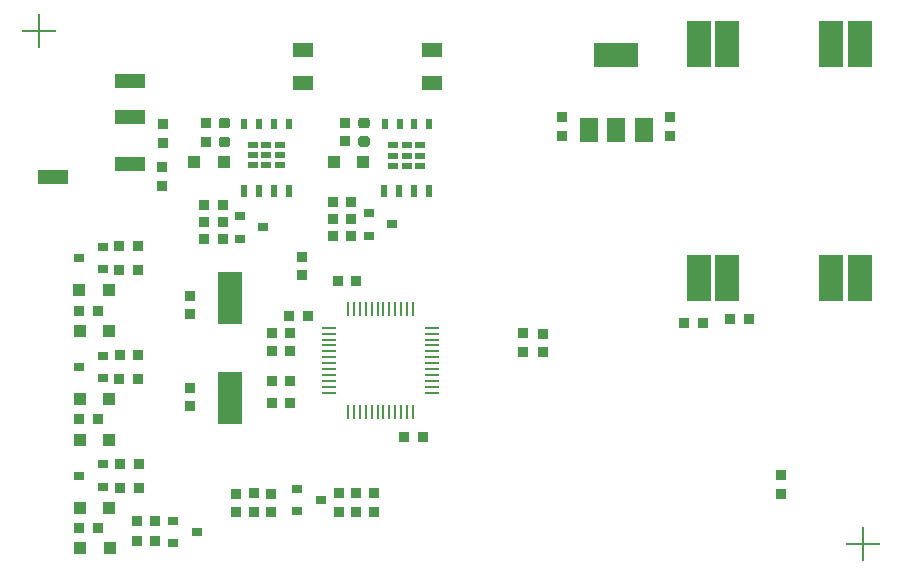
<source format=gtp>
G04 #@! TF.GenerationSoftware,KiCad,Pcbnew,6.0.0-rc1-unknown-170ff66~66~ubuntu18.10.1*
G04 #@! TF.CreationDate,2019-01-13T01:23:09-08:00
G04 #@! TF.ProjectId,EExtruder,45457874-7275-4646-9572-2e6b69636164,rev?*
G04 #@! TF.SameCoordinates,Original*
G04 #@! TF.FileFunction,Paste,Top*
G04 #@! TF.FilePolarity,Positive*
%FSLAX46Y46*%
G04 Gerber Fmt 4.6, Leading zero omitted, Abs format (unit mm)*
G04 Created by KiCad (PCBNEW 6.0.0-rc1-unknown-170ff66~66~ubuntu18.10.1) date Sun 13 Jan 2019 01:23:09 AM PST*
%MOMM*%
%LPD*%
G04 APERTURE LIST*
%ADD10R,2.500000X1.200000*%
%ADD11R,1.500000X2.000000*%
%ADD12R,3.800000X2.000000*%
%ADD13R,0.950000X0.875000*%
%ADD14R,0.875000X0.950000*%
%ADD15R,3.000000X0.127000*%
%ADD16R,0.127000X3.000000*%
%ADD17R,1.750000X1.250000*%
%ADD18R,2.000000X4.000000*%
%ADD19R,2.000000X4.500000*%
%ADD20R,0.250000X1.300000*%
%ADD21R,1.300000X0.250000*%
%ADD22R,0.900000X0.800000*%
%ADD23R,0.900000X0.600000*%
%ADD24R,0.600000X0.900000*%
%ADD25R,0.600000X1.050000*%
%ADD26R,1.000000X1.000000*%
%ADD27C,0.100000*%
%ADD28C,0.875000*%
G04 APERTURE END LIST*
D10*
X137425000Y-89150000D03*
X137425000Y-92150000D03*
X137425000Y-96150000D03*
X130925000Y-97250000D03*
D11*
X176300000Y-93250000D03*
X180900000Y-93250000D03*
X178600000Y-93250000D03*
D12*
X178600000Y-86950000D03*
D13*
X174000000Y-92200000D03*
X174000000Y-93775000D03*
X183100000Y-93787500D03*
X183100000Y-92212500D03*
D14*
X188212500Y-109300000D03*
X189787500Y-109300000D03*
D15*
X199500000Y-128300000D03*
D16*
X199500000Y-128300000D03*
D15*
X129730000Y-84899500D03*
D16*
X129730000Y-84899500D03*
D14*
X134683500Y-108585000D03*
X133108500Y-108585000D03*
X136524500Y-105156000D03*
X138099500Y-105156000D03*
X138099500Y-103124000D03*
X136524500Y-103124000D03*
X134683500Y-127000000D03*
X133108500Y-127000000D03*
X136562500Y-123571000D03*
X138137500Y-123571000D03*
X138137500Y-121539000D03*
X136562500Y-121539000D03*
X134683500Y-117792000D03*
X133108500Y-117792000D03*
X136524500Y-114364000D03*
X138099500Y-114364000D03*
X138112500Y-112332000D03*
X136537500Y-112332000D03*
D13*
X155130000Y-124015500D03*
X155130000Y-125590500D03*
X158052000Y-124028500D03*
X158052000Y-125603500D03*
X146431000Y-124078500D03*
X146431000Y-125653500D03*
X149352000Y-124078500D03*
X149352000Y-125653500D03*
X143828000Y-92710000D03*
X143828000Y-94285000D03*
D14*
X143712500Y-102552000D03*
X145287500Y-102552000D03*
X145275500Y-99631500D03*
X143700500Y-99631500D03*
X143700500Y-101092000D03*
X145275500Y-101092000D03*
D13*
X155638000Y-92659000D03*
X155638000Y-94234000D03*
D14*
X154571500Y-102298000D03*
X156146500Y-102298000D03*
X156146500Y-99377500D03*
X154571500Y-99377500D03*
X154571500Y-100838000D03*
X156146500Y-100838000D03*
X139573500Y-126428000D03*
X137998500Y-126428000D03*
D13*
X172400000Y-110524500D03*
X172400000Y-112099500D03*
X192500000Y-122512500D03*
X192500000Y-124087500D03*
X170700000Y-110512500D03*
X170700000Y-112087500D03*
D14*
X150987500Y-112000000D03*
X149412500Y-112000000D03*
X150987500Y-110490000D03*
X149412500Y-110490000D03*
D13*
X140100000Y-97987500D03*
X140100000Y-96412500D03*
X140200000Y-94387500D03*
X140200000Y-92812500D03*
X156591000Y-125603500D03*
X156591000Y-124028500D03*
X147892000Y-125603500D03*
X147892000Y-124028500D03*
D17*
X152100000Y-86500000D03*
X152100000Y-89300000D03*
X163000000Y-86500000D03*
X163000000Y-89300000D03*
D14*
X150987500Y-114500000D03*
X149412500Y-114500000D03*
X139573500Y-128080000D03*
X137998500Y-128080000D03*
X184340500Y-109601000D03*
X185915500Y-109601000D03*
X150987500Y-116400000D03*
X149412500Y-116400000D03*
X162187500Y-119300000D03*
X160612500Y-119300000D03*
X155012500Y-106100000D03*
X156587500Y-106100000D03*
D13*
X142500000Y-115112500D03*
X142500000Y-116687500D03*
X142500000Y-107312500D03*
X142500000Y-108887500D03*
D14*
X152487500Y-109000000D03*
X150912500Y-109000000D03*
D13*
X152000000Y-105587500D03*
X152000000Y-104012500D03*
D18*
X188000000Y-105800000D03*
X185600000Y-105800000D03*
X196800000Y-105800000D03*
X199200000Y-105800000D03*
X188000000Y-86000000D03*
X185600000Y-86000000D03*
X196800000Y-86000000D03*
X199200000Y-86000000D03*
D19*
X145923000Y-107514000D03*
X145923000Y-116014000D03*
D20*
X155873000Y-108426000D03*
X156373000Y-108426000D03*
X156873000Y-108426000D03*
X157373000Y-108426000D03*
X157873000Y-108426000D03*
X158373000Y-108426000D03*
X158873000Y-108426000D03*
X159373000Y-108426000D03*
X159873000Y-108426000D03*
X160373000Y-108426000D03*
X160873000Y-108426000D03*
X161373000Y-108426000D03*
D21*
X162973000Y-110026000D03*
X162973000Y-110526000D03*
X162973000Y-111026000D03*
X162973000Y-111526000D03*
X162973000Y-112026000D03*
X162973000Y-112526000D03*
X162973000Y-113026000D03*
X162973000Y-113526000D03*
X162973000Y-114026000D03*
X162973000Y-114526000D03*
X162973000Y-115026000D03*
X162973000Y-115526000D03*
D20*
X161373000Y-117126000D03*
X160873000Y-117126000D03*
X160373000Y-117126000D03*
X159873000Y-117126000D03*
X159373000Y-117126000D03*
X158873000Y-117126000D03*
X158373000Y-117126000D03*
X157873000Y-117126000D03*
X157373000Y-117126000D03*
X156873000Y-117126000D03*
X156373000Y-117126000D03*
X155873000Y-117126000D03*
D21*
X154273000Y-115526000D03*
X154273000Y-115026000D03*
X154273000Y-114526000D03*
X154273000Y-114026000D03*
X154273000Y-113526000D03*
X154273000Y-113026000D03*
X154273000Y-112526000D03*
X154273000Y-112026000D03*
X154273000Y-111526000D03*
X154273000Y-111026000D03*
X154273000Y-110526000D03*
X154273000Y-110026000D03*
D22*
X133096000Y-104138000D03*
X135096000Y-103188000D03*
X135096000Y-105088000D03*
X133128000Y-122552000D03*
X135128000Y-121602000D03*
X135128000Y-123502000D03*
X133128000Y-113345000D03*
X135128000Y-112395000D03*
X135128000Y-114295000D03*
D23*
X148971000Y-95436500D03*
D24*
X149571000Y-92736500D03*
D25*
X150881000Y-98456500D03*
X149611000Y-98456500D03*
X147061000Y-98456500D03*
X148331000Y-98456500D03*
D24*
X148371000Y-92736500D03*
X150851000Y-92736500D03*
X147091000Y-92736500D03*
D23*
X148971000Y-96286500D03*
X148971000Y-94586500D03*
X150121000Y-94586500D03*
X150121000Y-96286500D03*
X150121000Y-95436500D03*
X147821000Y-94586500D03*
X147821000Y-96286500D03*
X147821000Y-95436500D03*
D22*
X148717000Y-101536000D03*
X146717000Y-102486000D03*
X146717000Y-100586000D03*
D23*
X160846000Y-95446000D03*
D24*
X161446000Y-92746000D03*
D25*
X162756000Y-98466000D03*
X161486000Y-98466000D03*
X158936000Y-98466000D03*
X160206000Y-98466000D03*
D24*
X160246000Y-92746000D03*
X162726000Y-92746000D03*
X158966000Y-92746000D03*
D23*
X160846000Y-96296000D03*
X160846000Y-94596000D03*
X161996000Y-94596000D03*
X161996000Y-96296000D03*
X161996000Y-95446000D03*
X159696000Y-94596000D03*
X159696000Y-96296000D03*
X159696000Y-95446000D03*
D22*
X159639000Y-101282000D03*
X157639000Y-102232000D03*
X157639000Y-100332000D03*
D26*
X135660000Y-110300000D03*
X133160000Y-110300000D03*
X135636000Y-106870000D03*
X133136000Y-106870000D03*
X135723000Y-128714000D03*
X133223000Y-128714000D03*
X135680000Y-125286000D03*
X133180000Y-125286000D03*
X135660000Y-119507000D03*
X133160000Y-119507000D03*
X135660000Y-116078000D03*
X133160000Y-116078000D03*
D22*
X153574000Y-124587000D03*
X151574000Y-125537000D03*
X151574000Y-123637000D03*
X143066000Y-127318000D03*
X141066000Y-128268000D03*
X141066000Y-126368000D03*
D26*
X145375000Y-96012000D03*
X142875000Y-96012000D03*
D27*
G36*
X145692691Y-93848553D02*
G01*
X145713926Y-93851703D01*
X145734750Y-93856919D01*
X145754962Y-93864151D01*
X145774368Y-93873330D01*
X145792781Y-93884366D01*
X145810024Y-93897154D01*
X145825930Y-93911570D01*
X145840346Y-93927476D01*
X145853134Y-93944719D01*
X145864170Y-93963132D01*
X145873349Y-93982538D01*
X145880581Y-94002750D01*
X145885797Y-94023574D01*
X145888947Y-94044809D01*
X145890000Y-94066250D01*
X145890000Y-94503750D01*
X145888947Y-94525191D01*
X145885797Y-94546426D01*
X145880581Y-94567250D01*
X145873349Y-94587462D01*
X145864170Y-94606868D01*
X145853134Y-94625281D01*
X145840346Y-94642524D01*
X145825930Y-94658430D01*
X145810024Y-94672846D01*
X145792781Y-94685634D01*
X145774368Y-94696670D01*
X145754962Y-94705849D01*
X145734750Y-94713081D01*
X145713926Y-94718297D01*
X145692691Y-94721447D01*
X145671250Y-94722500D01*
X145158750Y-94722500D01*
X145137309Y-94721447D01*
X145116074Y-94718297D01*
X145095250Y-94713081D01*
X145075038Y-94705849D01*
X145055632Y-94696670D01*
X145037219Y-94685634D01*
X145019976Y-94672846D01*
X145004070Y-94658430D01*
X144989654Y-94642524D01*
X144976866Y-94625281D01*
X144965830Y-94606868D01*
X144956651Y-94587462D01*
X144949419Y-94567250D01*
X144944203Y-94546426D01*
X144941053Y-94525191D01*
X144940000Y-94503750D01*
X144940000Y-94066250D01*
X144941053Y-94044809D01*
X144944203Y-94023574D01*
X144949419Y-94002750D01*
X144956651Y-93982538D01*
X144965830Y-93963132D01*
X144976866Y-93944719D01*
X144989654Y-93927476D01*
X145004070Y-93911570D01*
X145019976Y-93897154D01*
X145037219Y-93884366D01*
X145055632Y-93873330D01*
X145075038Y-93864151D01*
X145095250Y-93856919D01*
X145116074Y-93851703D01*
X145137309Y-93848553D01*
X145158750Y-93847500D01*
X145671250Y-93847500D01*
X145692691Y-93848553D01*
X145692691Y-93848553D01*
G37*
D28*
X145415000Y-94285000D03*
D27*
G36*
X145692691Y-92273553D02*
G01*
X145713926Y-92276703D01*
X145734750Y-92281919D01*
X145754962Y-92289151D01*
X145774368Y-92298330D01*
X145792781Y-92309366D01*
X145810024Y-92322154D01*
X145825930Y-92336570D01*
X145840346Y-92352476D01*
X145853134Y-92369719D01*
X145864170Y-92388132D01*
X145873349Y-92407538D01*
X145880581Y-92427750D01*
X145885797Y-92448574D01*
X145888947Y-92469809D01*
X145890000Y-92491250D01*
X145890000Y-92928750D01*
X145888947Y-92950191D01*
X145885797Y-92971426D01*
X145880581Y-92992250D01*
X145873349Y-93012462D01*
X145864170Y-93031868D01*
X145853134Y-93050281D01*
X145840346Y-93067524D01*
X145825930Y-93083430D01*
X145810024Y-93097846D01*
X145792781Y-93110634D01*
X145774368Y-93121670D01*
X145754962Y-93130849D01*
X145734750Y-93138081D01*
X145713926Y-93143297D01*
X145692691Y-93146447D01*
X145671250Y-93147500D01*
X145158750Y-93147500D01*
X145137309Y-93146447D01*
X145116074Y-93143297D01*
X145095250Y-93138081D01*
X145075038Y-93130849D01*
X145055632Y-93121670D01*
X145037219Y-93110634D01*
X145019976Y-93097846D01*
X145004070Y-93083430D01*
X144989654Y-93067524D01*
X144976866Y-93050281D01*
X144965830Y-93031868D01*
X144956651Y-93012462D01*
X144949419Y-92992250D01*
X144944203Y-92971426D01*
X144941053Y-92950191D01*
X144940000Y-92928750D01*
X144940000Y-92491250D01*
X144941053Y-92469809D01*
X144944203Y-92448574D01*
X144949419Y-92427750D01*
X144956651Y-92407538D01*
X144965830Y-92388132D01*
X144976866Y-92369719D01*
X144989654Y-92352476D01*
X145004070Y-92336570D01*
X145019976Y-92322154D01*
X145037219Y-92309366D01*
X145055632Y-92298330D01*
X145075038Y-92289151D01*
X145095250Y-92281919D01*
X145116074Y-92276703D01*
X145137309Y-92273553D01*
X145158750Y-92272500D01*
X145671250Y-92272500D01*
X145692691Y-92273553D01*
X145692691Y-92273553D01*
G37*
D28*
X145415000Y-92710000D03*
D26*
X157186000Y-96012000D03*
X154686000Y-96012000D03*
D27*
G36*
X157503691Y-93823053D02*
G01*
X157524926Y-93826203D01*
X157545750Y-93831419D01*
X157565962Y-93838651D01*
X157585368Y-93847830D01*
X157603781Y-93858866D01*
X157621024Y-93871654D01*
X157636930Y-93886070D01*
X157651346Y-93901976D01*
X157664134Y-93919219D01*
X157675170Y-93937632D01*
X157684349Y-93957038D01*
X157691581Y-93977250D01*
X157696797Y-93998074D01*
X157699947Y-94019309D01*
X157701000Y-94040750D01*
X157701000Y-94478250D01*
X157699947Y-94499691D01*
X157696797Y-94520926D01*
X157691581Y-94541750D01*
X157684349Y-94561962D01*
X157675170Y-94581368D01*
X157664134Y-94599781D01*
X157651346Y-94617024D01*
X157636930Y-94632930D01*
X157621024Y-94647346D01*
X157603781Y-94660134D01*
X157585368Y-94671170D01*
X157565962Y-94680349D01*
X157545750Y-94687581D01*
X157524926Y-94692797D01*
X157503691Y-94695947D01*
X157482250Y-94697000D01*
X156969750Y-94697000D01*
X156948309Y-94695947D01*
X156927074Y-94692797D01*
X156906250Y-94687581D01*
X156886038Y-94680349D01*
X156866632Y-94671170D01*
X156848219Y-94660134D01*
X156830976Y-94647346D01*
X156815070Y-94632930D01*
X156800654Y-94617024D01*
X156787866Y-94599781D01*
X156776830Y-94581368D01*
X156767651Y-94561962D01*
X156760419Y-94541750D01*
X156755203Y-94520926D01*
X156752053Y-94499691D01*
X156751000Y-94478250D01*
X156751000Y-94040750D01*
X156752053Y-94019309D01*
X156755203Y-93998074D01*
X156760419Y-93977250D01*
X156767651Y-93957038D01*
X156776830Y-93937632D01*
X156787866Y-93919219D01*
X156800654Y-93901976D01*
X156815070Y-93886070D01*
X156830976Y-93871654D01*
X156848219Y-93858866D01*
X156866632Y-93847830D01*
X156886038Y-93838651D01*
X156906250Y-93831419D01*
X156927074Y-93826203D01*
X156948309Y-93823053D01*
X156969750Y-93822000D01*
X157482250Y-93822000D01*
X157503691Y-93823053D01*
X157503691Y-93823053D01*
G37*
D28*
X157226000Y-94259500D03*
D27*
G36*
X157503691Y-92248053D02*
G01*
X157524926Y-92251203D01*
X157545750Y-92256419D01*
X157565962Y-92263651D01*
X157585368Y-92272830D01*
X157603781Y-92283866D01*
X157621024Y-92296654D01*
X157636930Y-92311070D01*
X157651346Y-92326976D01*
X157664134Y-92344219D01*
X157675170Y-92362632D01*
X157684349Y-92382038D01*
X157691581Y-92402250D01*
X157696797Y-92423074D01*
X157699947Y-92444309D01*
X157701000Y-92465750D01*
X157701000Y-92903250D01*
X157699947Y-92924691D01*
X157696797Y-92945926D01*
X157691581Y-92966750D01*
X157684349Y-92986962D01*
X157675170Y-93006368D01*
X157664134Y-93024781D01*
X157651346Y-93042024D01*
X157636930Y-93057930D01*
X157621024Y-93072346D01*
X157603781Y-93085134D01*
X157585368Y-93096170D01*
X157565962Y-93105349D01*
X157545750Y-93112581D01*
X157524926Y-93117797D01*
X157503691Y-93120947D01*
X157482250Y-93122000D01*
X156969750Y-93122000D01*
X156948309Y-93120947D01*
X156927074Y-93117797D01*
X156906250Y-93112581D01*
X156886038Y-93105349D01*
X156866632Y-93096170D01*
X156848219Y-93085134D01*
X156830976Y-93072346D01*
X156815070Y-93057930D01*
X156800654Y-93042024D01*
X156787866Y-93024781D01*
X156776830Y-93006368D01*
X156767651Y-92986962D01*
X156760419Y-92966750D01*
X156755203Y-92945926D01*
X156752053Y-92924691D01*
X156751000Y-92903250D01*
X156751000Y-92465750D01*
X156752053Y-92444309D01*
X156755203Y-92423074D01*
X156760419Y-92402250D01*
X156767651Y-92382038D01*
X156776830Y-92362632D01*
X156787866Y-92344219D01*
X156800654Y-92326976D01*
X156815070Y-92311070D01*
X156830976Y-92296654D01*
X156848219Y-92283866D01*
X156866632Y-92272830D01*
X156886038Y-92263651D01*
X156906250Y-92256419D01*
X156927074Y-92251203D01*
X156948309Y-92248053D01*
X156969750Y-92247000D01*
X157482250Y-92247000D01*
X157503691Y-92248053D01*
X157503691Y-92248053D01*
G37*
D28*
X157226000Y-92684500D03*
M02*

</source>
